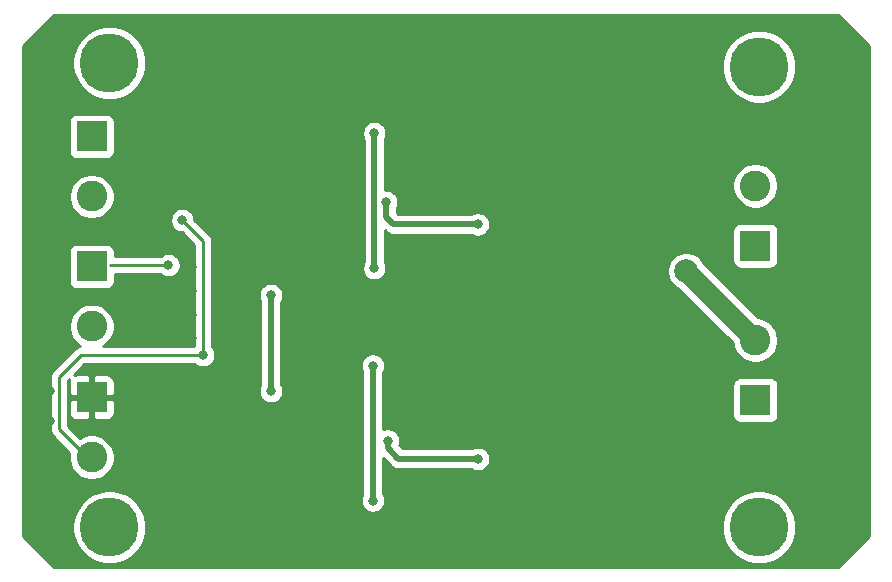
<source format=gbr>
%TF.GenerationSoftware,KiCad,Pcbnew,(5.1.9)-1*%
%TF.CreationDate,2021-03-04T13:54:21-05:00*%
%TF.ProjectId,driver_board,64726976-6572-45f6-926f-6172642e6b69,rev?*%
%TF.SameCoordinates,Original*%
%TF.FileFunction,Copper,L2,Bot*%
%TF.FilePolarity,Positive*%
%FSLAX46Y46*%
G04 Gerber Fmt 4.6, Leading zero omitted, Abs format (unit mm)*
G04 Created by KiCad (PCBNEW (5.1.9)-1) date 2021-03-04 13:54:21*
%MOMM*%
%LPD*%
G01*
G04 APERTURE LIST*
%TA.AperFunction,ComponentPad*%
%ADD10C,2.600000*%
%TD*%
%TA.AperFunction,ComponentPad*%
%ADD11R,2.600000X2.600000*%
%TD*%
%TA.AperFunction,ComponentPad*%
%ADD12C,0.800000*%
%TD*%
%TA.AperFunction,ComponentPad*%
%ADD13C,5.000000*%
%TD*%
%TA.AperFunction,ViaPad*%
%ADD14C,0.800000*%
%TD*%
%TA.AperFunction,ViaPad*%
%ADD15C,2.000000*%
%TD*%
%TA.AperFunction,Conductor*%
%ADD16C,0.500000*%
%TD*%
%TA.AperFunction,Conductor*%
%ADD17C,0.250000*%
%TD*%
%TA.AperFunction,Conductor*%
%ADD18C,1.800000*%
%TD*%
%TA.AperFunction,Conductor*%
%ADD19C,0.254000*%
%TD*%
%TA.AperFunction,Conductor*%
%ADD20C,0.100000*%
%TD*%
G04 APERTURE END LIST*
D10*
%TO.P,J5,2*%
%TO.N,+3V3*%
X65105000Y-151265000D03*
D11*
%TO.P,J5,1*%
%TO.N,GND*%
X65105000Y-146185000D03*
%TD*%
D10*
%TO.P,J4,2*%
%TO.N,PWM1*%
X65105000Y-140185000D03*
D11*
%TO.P,J4,1*%
%TO.N,PWM0*%
X65105000Y-135105000D03*
%TD*%
D10*
%TO.P,J3,2*%
%TO.N,+12V*%
X65105000Y-129185000D03*
D11*
%TO.P,J3,1*%
%TO.N,Net-(J3-Pad1)*%
X65105000Y-124105000D03*
%TD*%
D10*
%TO.P,J2,2*%
%TO.N,M-*%
X121285000Y-128270000D03*
D11*
%TO.P,J2,1*%
%TO.N,HV-*%
X121285000Y-133350000D03*
%TD*%
D10*
%TO.P,J1,2*%
%TO.N,HV+*%
X121285000Y-141351000D03*
D11*
%TO.P,J1,1*%
%TO.N,M+*%
X121285000Y-146431000D03*
%TD*%
D12*
%TO.P,REF\u002A\u002A,1*%
%TO.N,N/C*%
X122930825Y-116859175D03*
X121605000Y-116310000D03*
X120279175Y-116859175D03*
X119730000Y-118185000D03*
X120279175Y-119510825D03*
X121605000Y-120060000D03*
X122930825Y-119510825D03*
X123480000Y-118185000D03*
D13*
X121605000Y-118185000D03*
%TD*%
D12*
%TO.P,REF\u002A\u002A,1*%
%TO.N,N/C*%
X122930825Y-155859175D03*
X121605000Y-155310000D03*
X120279175Y-155859175D03*
X119730000Y-157185000D03*
X120279175Y-158510825D03*
X121605000Y-159060000D03*
X122930825Y-158510825D03*
X123480000Y-157185000D03*
D13*
X121605000Y-157185000D03*
%TD*%
%TO.P,REF\u002A\u002A,1*%
%TO.N,N/C*%
X66605000Y-157185000D03*
D12*
X68480000Y-157185000D03*
X67930825Y-158510825D03*
X66605000Y-159060000D03*
X65279175Y-158510825D03*
X64730000Y-157185000D03*
X65279175Y-155859175D03*
X66605000Y-155310000D03*
X67930825Y-155859175D03*
%TD*%
%TO.P,REF\u002A\u002A,1*%
%TO.N,N/C*%
X67930825Y-116550550D03*
X66605000Y-116001375D03*
X65279175Y-116550550D03*
X64730000Y-117876375D03*
X65279175Y-119202200D03*
X66605000Y-119751375D03*
X67930825Y-119202200D03*
X68480000Y-117876375D03*
D13*
X66605000Y-117876375D03*
%TD*%
D14*
%TO.N,GND*%
X71605000Y-158185000D03*
X74105000Y-158185000D03*
X76605000Y-158185000D03*
X79105000Y-158185000D03*
X81605000Y-158185000D03*
X84105000Y-158185000D03*
X86605000Y-158185000D03*
X89105000Y-158185000D03*
X91605000Y-158185000D03*
X94105000Y-158185000D03*
X96605000Y-158185000D03*
X101605000Y-158185000D03*
X99105000Y-158185000D03*
X104105000Y-158185000D03*
X106605000Y-158185000D03*
X109105000Y-158185000D03*
X111605000Y-158185000D03*
X114105000Y-158185000D03*
X116605000Y-158185000D03*
X116605000Y-155685000D03*
X126605000Y-158185000D03*
X129105000Y-158185000D03*
X129105000Y-155685000D03*
X126605000Y-155685000D03*
X126605000Y-153185000D03*
X129105000Y-153185000D03*
X126605000Y-150685000D03*
X129105000Y-150685000D03*
X126605000Y-148185000D03*
X129105000Y-148185000D03*
X126605000Y-145685000D03*
X129105000Y-145685000D03*
X126605000Y-143185000D03*
X129105000Y-143185000D03*
X126605000Y-140685000D03*
X129105000Y-140685000D03*
X126605000Y-138185000D03*
X129105000Y-138185000D03*
X126605000Y-135685000D03*
X129105000Y-135685000D03*
X126605000Y-133185000D03*
X129105000Y-133185000D03*
X126605000Y-130685000D03*
X129105000Y-130685000D03*
X126605000Y-128185000D03*
X129105000Y-128185000D03*
X126605000Y-125685000D03*
X129105000Y-125685000D03*
X126605000Y-123185000D03*
X129105000Y-123185000D03*
X126605000Y-120685000D03*
X129105000Y-120685000D03*
X126605000Y-118185000D03*
X129105000Y-118185000D03*
X126605000Y-115685000D03*
X129105000Y-115685000D03*
X116605000Y-115685000D03*
X116605000Y-118185000D03*
X114105000Y-115685000D03*
X109105000Y-115685000D03*
X111605000Y-115685000D03*
X106605000Y-115685000D03*
X104105000Y-115685000D03*
X101605000Y-115685000D03*
X99105000Y-115685000D03*
X94105000Y-115685000D03*
X96605000Y-115685000D03*
X91605000Y-115685000D03*
X86605000Y-115685000D03*
X89105000Y-115685000D03*
X84105000Y-115685000D03*
X79105000Y-115685000D03*
X81605000Y-115685000D03*
X76605000Y-115685000D03*
X74105000Y-115685000D03*
X71605000Y-115685000D03*
X71605000Y-118185000D03*
X74105000Y-118185000D03*
X71605000Y-120685000D03*
X74105000Y-120685000D03*
X69105000Y-120685000D03*
X69105000Y-123185000D03*
X61605000Y-123185000D03*
X94105000Y-118185000D03*
X94105000Y-120685000D03*
X94105000Y-123185000D03*
X94105000Y-125685000D03*
X94105000Y-128185000D03*
X94105000Y-133185000D03*
X94105000Y-135685000D03*
X94105000Y-138185000D03*
X94105000Y-140685000D03*
X94105000Y-143185000D03*
X94105000Y-145685000D03*
X94105000Y-148185000D03*
X94105000Y-153185000D03*
X94105000Y-155685000D03*
X84105000Y-130685000D03*
X81605000Y-130685000D03*
X81605000Y-135685000D03*
X84105000Y-135685000D03*
X84105000Y-150685000D03*
X81605000Y-150685000D03*
X81605000Y-155685000D03*
X84105000Y-155685000D03*
X99105000Y-140685000D03*
X101605000Y-140685000D03*
X104105000Y-140685000D03*
X109105000Y-143185000D03*
X99105000Y-130685000D03*
X101605000Y-130685000D03*
X104105000Y-130685000D03*
X99105000Y-133185000D03*
X101605000Y-133185000D03*
X99105000Y-120685000D03*
X101605000Y-120685000D03*
X104105000Y-120685000D03*
X109105000Y-123185000D03*
X104105000Y-125685000D03*
X109105000Y-133185000D03*
X109105000Y-153185000D03*
X99105000Y-150685000D03*
X101605000Y-150685000D03*
X104105000Y-150685000D03*
X99105000Y-153185000D03*
X101605000Y-153185000D03*
X73605000Y-137185000D03*
X73605000Y-139185000D03*
X73605000Y-141185000D03*
X73605000Y-144185000D03*
X100605000Y-142185000D03*
X102605000Y-142185000D03*
X109605000Y-141185000D03*
X111605000Y-142185000D03*
X105605000Y-146185000D03*
X103605000Y-146185000D03*
X101605000Y-146185000D03*
X99605000Y-146185000D03*
X98605000Y-137185000D03*
X103605000Y-137185000D03*
X105605000Y-137185000D03*
X105605000Y-135185000D03*
X109605000Y-131185000D03*
X111605000Y-132185000D03*
X111605000Y-122185000D03*
X109605000Y-121185000D03*
X106605000Y-123185000D03*
X105605000Y-127185000D03*
X98605000Y-127185000D03*
X101605000Y-127185000D03*
X100605000Y-122185000D03*
X102605000Y-122185000D03*
X123605000Y-122185000D03*
X123605000Y-153185000D03*
X73605000Y-155185000D03*
X70605000Y-155185000D03*
X68605000Y-153185000D03*
X77605000Y-122185000D03*
X75605000Y-122185000D03*
X79605000Y-123185000D03*
X78105000Y-141685000D03*
X76105000Y-141685000D03*
X82105000Y-137685000D03*
X83105000Y-152185000D03*
X80105000Y-154185000D03*
X94105000Y-130185000D03*
X94105000Y-150185000D03*
X61605000Y-135685000D03*
X61605000Y-125685000D03*
X61605000Y-128185000D03*
X61605000Y-133185000D03*
X61605000Y-130685000D03*
X61605000Y-140685000D03*
X61605000Y-138185000D03*
X61605000Y-148185000D03*
X61605000Y-153185000D03*
X61605000Y-150685000D03*
X61605000Y-145685000D03*
X61605000Y-143185000D03*
X68605000Y-150185000D03*
X68605000Y-147185000D03*
X68605000Y-144185000D03*
X68605000Y-141185000D03*
X68605000Y-138185000D03*
X68605000Y-136185000D03*
X68605000Y-133185000D03*
X68605000Y-130185000D03*
X68605000Y-128185000D03*
X70605000Y-128185000D03*
X70605000Y-130185000D03*
X73605000Y-135185000D03*
X74605000Y-152185000D03*
X61605000Y-158185000D03*
X61605000Y-155685000D03*
X61605000Y-115685000D03*
X61605000Y-118185000D03*
X61605000Y-120685000D03*
X86605000Y-118185000D03*
X89105000Y-118185000D03*
X86605000Y-120685000D03*
X89105000Y-120685000D03*
X86605000Y-123185000D03*
X86605000Y-125185000D03*
X86605000Y-138185000D03*
X89105000Y-138185000D03*
X86605000Y-140685000D03*
X89105000Y-140185000D03*
X86605000Y-143185000D03*
X86605000Y-145185000D03*
%TO.N,+12V*%
X80264000Y-137541000D03*
X80264000Y-145669000D03*
%TO.N,Net-(D6-Pad1)*%
X89027000Y-135255000D03*
X89027000Y-123825000D03*
%TO.N,+3V3*%
X74549000Y-142621000D03*
X72771000Y-131185000D03*
%TO.N,M+*%
X97790000Y-151400000D03*
X90170000Y-149860000D03*
%TO.N,M-*%
X97790000Y-131540000D03*
X90043000Y-129667000D03*
%TO.N,Net-(D4-Pad1)*%
X88900000Y-154940000D03*
X88900000Y-143510000D03*
D15*
%TO.N,HV+*%
X115443000Y-135509000D03*
D14*
%TO.N,PWM0*%
X71605000Y-135001000D03*
%TD*%
D16*
%TO.N,+12V*%
X80264000Y-137541000D02*
X80264000Y-145669000D01*
%TO.N,Net-(D6-Pad1)*%
X89027000Y-135255000D02*
X89027000Y-123825000D01*
D17*
%TO.N,+3V3*%
X74549000Y-132963000D02*
X74549000Y-133241000D01*
X72771000Y-131185000D02*
X74549000Y-132963000D01*
X74549000Y-142621000D02*
X74549000Y-133241000D01*
X74549000Y-142621000D02*
X64169000Y-142621000D01*
X62330001Y-144459999D02*
X62330001Y-148910001D01*
X64169000Y-142621000D02*
X62330001Y-144459999D01*
X64169000Y-150749000D02*
X65105000Y-150749000D01*
X62330001Y-148910001D02*
X64169000Y-150749000D01*
D16*
%TO.N,M+*%
X91075000Y-151400000D02*
X97790000Y-151400000D01*
X90170000Y-150495000D02*
X91075000Y-151400000D01*
X90170000Y-149860000D02*
X90170000Y-150495000D01*
%TO.N,M-*%
X90043000Y-129667000D02*
X90043000Y-130937000D01*
X90646000Y-131540000D02*
X97790000Y-131540000D01*
X90043000Y-130937000D02*
X90646000Y-131540000D01*
%TO.N,Net-(D4-Pad1)*%
X88900000Y-154940000D02*
X88900000Y-143510000D01*
D18*
%TO.N,HV+*%
X115443000Y-135509000D02*
X121285000Y-141351000D01*
D17*
%TO.N,PWM0*%
X70993000Y-135001000D02*
X71605000Y-135001000D01*
X66675000Y-135001000D02*
X70993000Y-135001000D01*
%TD*%
D19*
%TO.N,GND*%
X130945001Y-116458382D02*
X130945000Y-157911619D01*
X128331620Y-160525000D01*
X61878381Y-160525000D01*
X59265000Y-157911620D01*
X59265000Y-156876229D01*
X63470000Y-156876229D01*
X63470000Y-157493771D01*
X63590476Y-158099446D01*
X63826799Y-158669979D01*
X64169886Y-159183446D01*
X64606554Y-159620114D01*
X65120021Y-159963201D01*
X65690554Y-160199524D01*
X66296229Y-160320000D01*
X66913771Y-160320000D01*
X67519446Y-160199524D01*
X68089979Y-159963201D01*
X68603446Y-159620114D01*
X69040114Y-159183446D01*
X69383201Y-158669979D01*
X69619524Y-158099446D01*
X69740000Y-157493771D01*
X69740000Y-156876229D01*
X118470000Y-156876229D01*
X118470000Y-157493771D01*
X118590476Y-158099446D01*
X118826799Y-158669979D01*
X119169886Y-159183446D01*
X119606554Y-159620114D01*
X120120021Y-159963201D01*
X120690554Y-160199524D01*
X121296229Y-160320000D01*
X121913771Y-160320000D01*
X122519446Y-160199524D01*
X123089979Y-159963201D01*
X123603446Y-159620114D01*
X124040114Y-159183446D01*
X124383201Y-158669979D01*
X124619524Y-158099446D01*
X124740000Y-157493771D01*
X124740000Y-156876229D01*
X124619524Y-156270554D01*
X124383201Y-155700021D01*
X124040114Y-155186554D01*
X123603446Y-154749886D01*
X123089979Y-154406799D01*
X122519446Y-154170476D01*
X121913771Y-154050000D01*
X121296229Y-154050000D01*
X120690554Y-154170476D01*
X120120021Y-154406799D01*
X119606554Y-154749886D01*
X119169886Y-155186554D01*
X118826799Y-155700021D01*
X118590476Y-156270554D01*
X118470000Y-156876229D01*
X69740000Y-156876229D01*
X69619524Y-156270554D01*
X69383201Y-155700021D01*
X69040114Y-155186554D01*
X68603446Y-154749886D01*
X68089979Y-154406799D01*
X67519446Y-154170476D01*
X66913771Y-154050000D01*
X66296229Y-154050000D01*
X65690554Y-154170476D01*
X65120021Y-154406799D01*
X64606554Y-154749886D01*
X64169886Y-155186554D01*
X63826799Y-155700021D01*
X63590476Y-156270554D01*
X63470000Y-156876229D01*
X59265000Y-156876229D01*
X59265000Y-144459999D01*
X61566325Y-144459999D01*
X61570001Y-144497322D01*
X61570002Y-148872669D01*
X61566325Y-148910001D01*
X61570002Y-148947334D01*
X61578973Y-149038411D01*
X61580999Y-149058986D01*
X61624455Y-149202247D01*
X61695027Y-149334277D01*
X61752544Y-149404361D01*
X61790001Y-149450002D01*
X61818999Y-149473800D01*
X63211414Y-150866216D01*
X63170000Y-151074419D01*
X63170000Y-151455581D01*
X63244361Y-151829419D01*
X63390225Y-152181566D01*
X63601987Y-152498491D01*
X63871509Y-152768013D01*
X64188434Y-152979775D01*
X64540581Y-153125639D01*
X64914419Y-153200000D01*
X65295581Y-153200000D01*
X65669419Y-153125639D01*
X66021566Y-152979775D01*
X66338491Y-152768013D01*
X66608013Y-152498491D01*
X66819775Y-152181566D01*
X66965639Y-151829419D01*
X67040000Y-151455581D01*
X67040000Y-151074419D01*
X66965639Y-150700581D01*
X66819775Y-150348434D01*
X66608013Y-150031509D01*
X66338491Y-149761987D01*
X66021566Y-149550225D01*
X65669419Y-149404361D01*
X65295581Y-149330000D01*
X64914419Y-149330000D01*
X64540581Y-149404361D01*
X64188434Y-149550225D01*
X64102468Y-149607666D01*
X63090001Y-148595200D01*
X63090001Y-147485000D01*
X63166928Y-147485000D01*
X63179188Y-147609482D01*
X63215498Y-147729180D01*
X63274463Y-147839494D01*
X63353815Y-147936185D01*
X63450506Y-148015537D01*
X63560820Y-148074502D01*
X63680518Y-148110812D01*
X63805000Y-148123072D01*
X64819250Y-148120000D01*
X64978000Y-147961250D01*
X64978000Y-146312000D01*
X65232000Y-146312000D01*
X65232000Y-147961250D01*
X65390750Y-148120000D01*
X66405000Y-148123072D01*
X66529482Y-148110812D01*
X66649180Y-148074502D01*
X66759494Y-148015537D01*
X66856185Y-147936185D01*
X66935537Y-147839494D01*
X66994502Y-147729180D01*
X67030812Y-147609482D01*
X67043072Y-147485000D01*
X67040000Y-146470750D01*
X66881250Y-146312000D01*
X65232000Y-146312000D01*
X64978000Y-146312000D01*
X63328750Y-146312000D01*
X63170000Y-146470750D01*
X63166928Y-147485000D01*
X63090001Y-147485000D01*
X63090001Y-144774800D01*
X63211804Y-144652997D01*
X63179188Y-144760518D01*
X63166928Y-144885000D01*
X63170000Y-145899250D01*
X63328750Y-146058000D01*
X64978000Y-146058000D01*
X64978000Y-144408750D01*
X65232000Y-144408750D01*
X65232000Y-146058000D01*
X66881250Y-146058000D01*
X67040000Y-145899250D01*
X67043072Y-144885000D01*
X67030812Y-144760518D01*
X66994502Y-144640820D01*
X66935537Y-144530506D01*
X66856185Y-144433815D01*
X66759494Y-144354463D01*
X66649180Y-144295498D01*
X66529482Y-144259188D01*
X66405000Y-144246928D01*
X65390750Y-144250000D01*
X65232000Y-144408750D01*
X64978000Y-144408750D01*
X64819250Y-144250000D01*
X63805000Y-144246928D01*
X63680518Y-144259188D01*
X63572997Y-144291804D01*
X64483802Y-143381000D01*
X73845289Y-143381000D01*
X73889226Y-143424937D01*
X74058744Y-143538205D01*
X74247102Y-143616226D01*
X74447061Y-143656000D01*
X74650939Y-143656000D01*
X74850898Y-143616226D01*
X75039256Y-143538205D01*
X75208774Y-143424937D01*
X75352937Y-143280774D01*
X75466205Y-143111256D01*
X75544226Y-142922898D01*
X75584000Y-142722939D01*
X75584000Y-142519061D01*
X75544226Y-142319102D01*
X75466205Y-142130744D01*
X75352937Y-141961226D01*
X75309000Y-141917289D01*
X75309000Y-137439061D01*
X79229000Y-137439061D01*
X79229000Y-137642939D01*
X79268774Y-137842898D01*
X79346795Y-138031256D01*
X79379000Y-138079454D01*
X79379001Y-145130544D01*
X79346795Y-145178744D01*
X79268774Y-145367102D01*
X79229000Y-145567061D01*
X79229000Y-145770939D01*
X79268774Y-145970898D01*
X79346795Y-146159256D01*
X79460063Y-146328774D01*
X79604226Y-146472937D01*
X79773744Y-146586205D01*
X79962102Y-146664226D01*
X80162061Y-146704000D01*
X80365939Y-146704000D01*
X80565898Y-146664226D01*
X80754256Y-146586205D01*
X80923774Y-146472937D01*
X81067937Y-146328774D01*
X81181205Y-146159256D01*
X81259226Y-145970898D01*
X81299000Y-145770939D01*
X81299000Y-145567061D01*
X81259226Y-145367102D01*
X81181205Y-145178744D01*
X81149000Y-145130546D01*
X81149000Y-143408061D01*
X87865000Y-143408061D01*
X87865000Y-143611939D01*
X87904774Y-143811898D01*
X87982795Y-144000256D01*
X88015001Y-144048456D01*
X88015000Y-154401546D01*
X87982795Y-154449744D01*
X87904774Y-154638102D01*
X87865000Y-154838061D01*
X87865000Y-155041939D01*
X87904774Y-155241898D01*
X87982795Y-155430256D01*
X88096063Y-155599774D01*
X88240226Y-155743937D01*
X88409744Y-155857205D01*
X88598102Y-155935226D01*
X88798061Y-155975000D01*
X89001939Y-155975000D01*
X89201898Y-155935226D01*
X89390256Y-155857205D01*
X89559774Y-155743937D01*
X89703937Y-155599774D01*
X89817205Y-155430256D01*
X89895226Y-155241898D01*
X89935000Y-155041939D01*
X89935000Y-154838061D01*
X89895226Y-154638102D01*
X89817205Y-154449744D01*
X89785000Y-154401546D01*
X89785000Y-151361578D01*
X90418470Y-151995049D01*
X90446183Y-152028817D01*
X90479951Y-152056530D01*
X90479953Y-152056532D01*
X90551452Y-152115210D01*
X90580941Y-152139411D01*
X90734687Y-152221589D01*
X90901510Y-152272195D01*
X91031523Y-152285000D01*
X91031533Y-152285000D01*
X91074999Y-152289281D01*
X91118465Y-152285000D01*
X97251546Y-152285000D01*
X97299744Y-152317205D01*
X97488102Y-152395226D01*
X97688061Y-152435000D01*
X97891939Y-152435000D01*
X98091898Y-152395226D01*
X98280256Y-152317205D01*
X98449774Y-152203937D01*
X98593937Y-152059774D01*
X98707205Y-151890256D01*
X98785226Y-151701898D01*
X98825000Y-151501939D01*
X98825000Y-151298061D01*
X98785226Y-151098102D01*
X98707205Y-150909744D01*
X98593937Y-150740226D01*
X98449774Y-150596063D01*
X98280256Y-150482795D01*
X98091898Y-150404774D01*
X97891939Y-150365000D01*
X97688061Y-150365000D01*
X97488102Y-150404774D01*
X97299744Y-150482795D01*
X97251546Y-150515000D01*
X91441579Y-150515000D01*
X91142746Y-150216168D01*
X91165226Y-150161898D01*
X91205000Y-149961939D01*
X91205000Y-149758061D01*
X91165226Y-149558102D01*
X91087205Y-149369744D01*
X90973937Y-149200226D01*
X90829774Y-149056063D01*
X90660256Y-148942795D01*
X90471898Y-148864774D01*
X90271939Y-148825000D01*
X90068061Y-148825000D01*
X89868102Y-148864774D01*
X89785000Y-148899196D01*
X89785000Y-145131000D01*
X119346928Y-145131000D01*
X119346928Y-147731000D01*
X119359188Y-147855482D01*
X119395498Y-147975180D01*
X119454463Y-148085494D01*
X119533815Y-148182185D01*
X119630506Y-148261537D01*
X119740820Y-148320502D01*
X119860518Y-148356812D01*
X119985000Y-148369072D01*
X122585000Y-148369072D01*
X122709482Y-148356812D01*
X122829180Y-148320502D01*
X122939494Y-148261537D01*
X123036185Y-148182185D01*
X123115537Y-148085494D01*
X123174502Y-147975180D01*
X123210812Y-147855482D01*
X123223072Y-147731000D01*
X123223072Y-145131000D01*
X123210812Y-145006518D01*
X123174502Y-144886820D01*
X123115537Y-144776506D01*
X123036185Y-144679815D01*
X122939494Y-144600463D01*
X122829180Y-144541498D01*
X122709482Y-144505188D01*
X122585000Y-144492928D01*
X119985000Y-144492928D01*
X119860518Y-144505188D01*
X119740820Y-144541498D01*
X119630506Y-144600463D01*
X119533815Y-144679815D01*
X119454463Y-144776506D01*
X119395498Y-144886820D01*
X119359188Y-145006518D01*
X119346928Y-145131000D01*
X89785000Y-145131000D01*
X89785000Y-144048454D01*
X89817205Y-144000256D01*
X89895226Y-143811898D01*
X89935000Y-143611939D01*
X89935000Y-143408061D01*
X89895226Y-143208102D01*
X89817205Y-143019744D01*
X89703937Y-142850226D01*
X89559774Y-142706063D01*
X89390256Y-142592795D01*
X89201898Y-142514774D01*
X89001939Y-142475000D01*
X88798061Y-142475000D01*
X88598102Y-142514774D01*
X88409744Y-142592795D01*
X88240226Y-142706063D01*
X88096063Y-142850226D01*
X87982795Y-143019744D01*
X87904774Y-143208102D01*
X87865000Y-143408061D01*
X81149000Y-143408061D01*
X81149000Y-138079454D01*
X81181205Y-138031256D01*
X81259226Y-137842898D01*
X81299000Y-137642939D01*
X81299000Y-137439061D01*
X81259226Y-137239102D01*
X81181205Y-137050744D01*
X81067937Y-136881226D01*
X80923774Y-136737063D01*
X80754256Y-136623795D01*
X80565898Y-136545774D01*
X80365939Y-136506000D01*
X80162061Y-136506000D01*
X79962102Y-136545774D01*
X79773744Y-136623795D01*
X79604226Y-136737063D01*
X79460063Y-136881226D01*
X79346795Y-137050744D01*
X79268774Y-137239102D01*
X79229000Y-137439061D01*
X75309000Y-137439061D01*
X75309000Y-133000325D01*
X75312676Y-132963000D01*
X75309000Y-132925675D01*
X75309000Y-132925667D01*
X75298003Y-132814014D01*
X75254546Y-132670753D01*
X75183974Y-132538724D01*
X75089001Y-132422999D01*
X75060004Y-132399202D01*
X73806000Y-131145199D01*
X73806000Y-131083061D01*
X73766226Y-130883102D01*
X73688205Y-130694744D01*
X73574937Y-130525226D01*
X73430774Y-130381063D01*
X73261256Y-130267795D01*
X73072898Y-130189774D01*
X72872939Y-130150000D01*
X72669061Y-130150000D01*
X72469102Y-130189774D01*
X72280744Y-130267795D01*
X72111226Y-130381063D01*
X71967063Y-130525226D01*
X71853795Y-130694744D01*
X71775774Y-130883102D01*
X71736000Y-131083061D01*
X71736000Y-131286939D01*
X71775774Y-131486898D01*
X71853795Y-131675256D01*
X71967063Y-131844774D01*
X72111226Y-131988937D01*
X72280744Y-132102205D01*
X72469102Y-132180226D01*
X72669061Y-132220000D01*
X72731199Y-132220000D01*
X73789000Y-133277802D01*
X73789000Y-133278333D01*
X73789001Y-133278343D01*
X73789000Y-141861000D01*
X66079597Y-141861000D01*
X66338491Y-141688013D01*
X66608013Y-141418491D01*
X66819775Y-141101566D01*
X66965639Y-140749419D01*
X67040000Y-140375581D01*
X67040000Y-139994419D01*
X66965639Y-139620581D01*
X66819775Y-139268434D01*
X66608013Y-138951509D01*
X66338491Y-138681987D01*
X66021566Y-138470225D01*
X65669419Y-138324361D01*
X65295581Y-138250000D01*
X64914419Y-138250000D01*
X64540581Y-138324361D01*
X64188434Y-138470225D01*
X63871509Y-138681987D01*
X63601987Y-138951509D01*
X63390225Y-139268434D01*
X63244361Y-139620581D01*
X63170000Y-139994419D01*
X63170000Y-140375581D01*
X63244361Y-140749419D01*
X63390225Y-141101566D01*
X63601987Y-141418491D01*
X63871509Y-141688013D01*
X64130565Y-141861109D01*
X64020014Y-141871997D01*
X63876753Y-141915454D01*
X63744724Y-141986026D01*
X63628999Y-142080999D01*
X63605201Y-142109997D01*
X61819004Y-143896195D01*
X61790000Y-143919998D01*
X61734872Y-143987173D01*
X61695027Y-144035723D01*
X61624456Y-144167752D01*
X61624455Y-144167753D01*
X61580998Y-144311014D01*
X61570001Y-144422667D01*
X61570001Y-144422677D01*
X61566325Y-144459999D01*
X59265000Y-144459999D01*
X59265000Y-133805000D01*
X63166928Y-133805000D01*
X63166928Y-136405000D01*
X63179188Y-136529482D01*
X63215498Y-136649180D01*
X63274463Y-136759494D01*
X63353815Y-136856185D01*
X63450506Y-136935537D01*
X63560820Y-136994502D01*
X63680518Y-137030812D01*
X63805000Y-137043072D01*
X66405000Y-137043072D01*
X66529482Y-137030812D01*
X66649180Y-136994502D01*
X66759494Y-136935537D01*
X66856185Y-136856185D01*
X66935537Y-136759494D01*
X66994502Y-136649180D01*
X67030812Y-136529482D01*
X67043072Y-136405000D01*
X67043072Y-135761000D01*
X70901289Y-135761000D01*
X70945226Y-135804937D01*
X71114744Y-135918205D01*
X71303102Y-135996226D01*
X71503061Y-136036000D01*
X71706939Y-136036000D01*
X71906898Y-135996226D01*
X72095256Y-135918205D01*
X72264774Y-135804937D01*
X72408937Y-135660774D01*
X72522205Y-135491256D01*
X72600226Y-135302898D01*
X72640000Y-135102939D01*
X72640000Y-134899061D01*
X72600226Y-134699102D01*
X72522205Y-134510744D01*
X72408937Y-134341226D01*
X72264774Y-134197063D01*
X72095256Y-134083795D01*
X71906898Y-134005774D01*
X71706939Y-133966000D01*
X71503061Y-133966000D01*
X71303102Y-134005774D01*
X71114744Y-134083795D01*
X70945226Y-134197063D01*
X70901289Y-134241000D01*
X67043072Y-134241000D01*
X67043072Y-133805000D01*
X67030812Y-133680518D01*
X66994502Y-133560820D01*
X66935537Y-133450506D01*
X66856185Y-133353815D01*
X66759494Y-133274463D01*
X66649180Y-133215498D01*
X66529482Y-133179188D01*
X66405000Y-133166928D01*
X63805000Y-133166928D01*
X63680518Y-133179188D01*
X63560820Y-133215498D01*
X63450506Y-133274463D01*
X63353815Y-133353815D01*
X63274463Y-133450506D01*
X63215498Y-133560820D01*
X63179188Y-133680518D01*
X63166928Y-133805000D01*
X59265000Y-133805000D01*
X59265000Y-128994419D01*
X63170000Y-128994419D01*
X63170000Y-129375581D01*
X63244361Y-129749419D01*
X63390225Y-130101566D01*
X63601987Y-130418491D01*
X63871509Y-130688013D01*
X64188434Y-130899775D01*
X64540581Y-131045639D01*
X64914419Y-131120000D01*
X65295581Y-131120000D01*
X65669419Y-131045639D01*
X66021566Y-130899775D01*
X66338491Y-130688013D01*
X66608013Y-130418491D01*
X66819775Y-130101566D01*
X66965639Y-129749419D01*
X67040000Y-129375581D01*
X67040000Y-128994419D01*
X66965639Y-128620581D01*
X66819775Y-128268434D01*
X66608013Y-127951509D01*
X66338491Y-127681987D01*
X66021566Y-127470225D01*
X65669419Y-127324361D01*
X65295581Y-127250000D01*
X64914419Y-127250000D01*
X64540581Y-127324361D01*
X64188434Y-127470225D01*
X63871509Y-127681987D01*
X63601987Y-127951509D01*
X63390225Y-128268434D01*
X63244361Y-128620581D01*
X63170000Y-128994419D01*
X59265000Y-128994419D01*
X59265000Y-122805000D01*
X63166928Y-122805000D01*
X63166928Y-125405000D01*
X63179188Y-125529482D01*
X63215498Y-125649180D01*
X63274463Y-125759494D01*
X63353815Y-125856185D01*
X63450506Y-125935537D01*
X63560820Y-125994502D01*
X63680518Y-126030812D01*
X63805000Y-126043072D01*
X66405000Y-126043072D01*
X66529482Y-126030812D01*
X66649180Y-125994502D01*
X66759494Y-125935537D01*
X66856185Y-125856185D01*
X66935537Y-125759494D01*
X66994502Y-125649180D01*
X67030812Y-125529482D01*
X67043072Y-125405000D01*
X67043072Y-123723061D01*
X87992000Y-123723061D01*
X87992000Y-123926939D01*
X88031774Y-124126898D01*
X88109795Y-124315256D01*
X88142001Y-124363456D01*
X88142000Y-134716546D01*
X88109795Y-134764744D01*
X88031774Y-134953102D01*
X87992000Y-135153061D01*
X87992000Y-135356939D01*
X88031774Y-135556898D01*
X88109795Y-135745256D01*
X88223063Y-135914774D01*
X88367226Y-136058937D01*
X88536744Y-136172205D01*
X88725102Y-136250226D01*
X88925061Y-136290000D01*
X89128939Y-136290000D01*
X89328898Y-136250226D01*
X89517256Y-136172205D01*
X89686774Y-136058937D01*
X89830937Y-135914774D01*
X89944205Y-135745256D01*
X90022226Y-135556898D01*
X90062000Y-135356939D01*
X90062000Y-135347967D01*
X113808000Y-135347967D01*
X113808000Y-135670033D01*
X113870832Y-135985912D01*
X113994082Y-136283463D01*
X114173013Y-136551252D01*
X114400748Y-136778987D01*
X114668537Y-136957918D01*
X114758269Y-136995086D01*
X119361232Y-141598050D01*
X119424361Y-141915419D01*
X119570225Y-142267566D01*
X119781987Y-142584491D01*
X120051509Y-142854013D01*
X120368434Y-143065775D01*
X120720581Y-143211639D01*
X121094419Y-143286000D01*
X121475581Y-143286000D01*
X121849419Y-143211639D01*
X122201566Y-143065775D01*
X122518491Y-142854013D01*
X122788013Y-142584491D01*
X122999775Y-142267566D01*
X123145639Y-141915419D01*
X123220000Y-141541581D01*
X123220000Y-141160419D01*
X123145639Y-140786581D01*
X122999775Y-140434434D01*
X122788013Y-140117509D01*
X122518491Y-139847987D01*
X122201566Y-139636225D01*
X121849419Y-139490361D01*
X121532050Y-139427232D01*
X116929086Y-134824269D01*
X116891918Y-134734537D01*
X116712987Y-134466748D01*
X116485252Y-134239013D01*
X116217463Y-134060082D01*
X115919912Y-133936832D01*
X115604033Y-133874000D01*
X115281967Y-133874000D01*
X114966088Y-133936832D01*
X114668537Y-134060082D01*
X114400748Y-134239013D01*
X114173013Y-134466748D01*
X113994082Y-134734537D01*
X113870832Y-135032088D01*
X113808000Y-135347967D01*
X90062000Y-135347967D01*
X90062000Y-135153061D01*
X90022226Y-134953102D01*
X89944205Y-134764744D01*
X89912000Y-134716546D01*
X89912000Y-132057579D01*
X89989470Y-132135049D01*
X90017183Y-132168817D01*
X90050951Y-132196530D01*
X90050953Y-132196532D01*
X90151941Y-132279411D01*
X90305687Y-132361589D01*
X90472510Y-132412195D01*
X90602523Y-132425000D01*
X90602531Y-132425000D01*
X90646000Y-132429281D01*
X90689469Y-132425000D01*
X97251546Y-132425000D01*
X97299744Y-132457205D01*
X97488102Y-132535226D01*
X97688061Y-132575000D01*
X97891939Y-132575000D01*
X98091898Y-132535226D01*
X98280256Y-132457205D01*
X98449774Y-132343937D01*
X98593937Y-132199774D01*
X98694012Y-132050000D01*
X119346928Y-132050000D01*
X119346928Y-134650000D01*
X119359188Y-134774482D01*
X119395498Y-134894180D01*
X119454463Y-135004494D01*
X119533815Y-135101185D01*
X119630506Y-135180537D01*
X119740820Y-135239502D01*
X119860518Y-135275812D01*
X119985000Y-135288072D01*
X122585000Y-135288072D01*
X122709482Y-135275812D01*
X122829180Y-135239502D01*
X122939494Y-135180537D01*
X123036185Y-135101185D01*
X123115537Y-135004494D01*
X123174502Y-134894180D01*
X123210812Y-134774482D01*
X123223072Y-134650000D01*
X123223072Y-132050000D01*
X123210812Y-131925518D01*
X123174502Y-131805820D01*
X123115537Y-131695506D01*
X123036185Y-131598815D01*
X122939494Y-131519463D01*
X122829180Y-131460498D01*
X122709482Y-131424188D01*
X122585000Y-131411928D01*
X119985000Y-131411928D01*
X119860518Y-131424188D01*
X119740820Y-131460498D01*
X119630506Y-131519463D01*
X119533815Y-131598815D01*
X119454463Y-131695506D01*
X119395498Y-131805820D01*
X119359188Y-131925518D01*
X119346928Y-132050000D01*
X98694012Y-132050000D01*
X98707205Y-132030256D01*
X98785226Y-131841898D01*
X98825000Y-131641939D01*
X98825000Y-131438061D01*
X98785226Y-131238102D01*
X98707205Y-131049744D01*
X98593937Y-130880226D01*
X98449774Y-130736063D01*
X98280256Y-130622795D01*
X98091898Y-130544774D01*
X97891939Y-130505000D01*
X97688061Y-130505000D01*
X97488102Y-130544774D01*
X97299744Y-130622795D01*
X97251546Y-130655000D01*
X91012579Y-130655000D01*
X90928000Y-130570422D01*
X90928000Y-130205454D01*
X90960205Y-130157256D01*
X91038226Y-129968898D01*
X91078000Y-129768939D01*
X91078000Y-129565061D01*
X91038226Y-129365102D01*
X90960205Y-129176744D01*
X90846937Y-129007226D01*
X90702774Y-128863063D01*
X90533256Y-128749795D01*
X90344898Y-128671774D01*
X90144939Y-128632000D01*
X89941061Y-128632000D01*
X89912000Y-128637781D01*
X89912000Y-128079419D01*
X119350000Y-128079419D01*
X119350000Y-128460581D01*
X119424361Y-128834419D01*
X119570225Y-129186566D01*
X119781987Y-129503491D01*
X120051509Y-129773013D01*
X120368434Y-129984775D01*
X120720581Y-130130639D01*
X121094419Y-130205000D01*
X121475581Y-130205000D01*
X121849419Y-130130639D01*
X122201566Y-129984775D01*
X122518491Y-129773013D01*
X122788013Y-129503491D01*
X122999775Y-129186566D01*
X123145639Y-128834419D01*
X123220000Y-128460581D01*
X123220000Y-128079419D01*
X123145639Y-127705581D01*
X122999775Y-127353434D01*
X122788013Y-127036509D01*
X122518491Y-126766987D01*
X122201566Y-126555225D01*
X121849419Y-126409361D01*
X121475581Y-126335000D01*
X121094419Y-126335000D01*
X120720581Y-126409361D01*
X120368434Y-126555225D01*
X120051509Y-126766987D01*
X119781987Y-127036509D01*
X119570225Y-127353434D01*
X119424361Y-127705581D01*
X119350000Y-128079419D01*
X89912000Y-128079419D01*
X89912000Y-124363454D01*
X89944205Y-124315256D01*
X90022226Y-124126898D01*
X90062000Y-123926939D01*
X90062000Y-123723061D01*
X90022226Y-123523102D01*
X89944205Y-123334744D01*
X89830937Y-123165226D01*
X89686774Y-123021063D01*
X89517256Y-122907795D01*
X89328898Y-122829774D01*
X89128939Y-122790000D01*
X88925061Y-122790000D01*
X88725102Y-122829774D01*
X88536744Y-122907795D01*
X88367226Y-123021063D01*
X88223063Y-123165226D01*
X88109795Y-123334744D01*
X88031774Y-123523102D01*
X87992000Y-123723061D01*
X67043072Y-123723061D01*
X67043072Y-122805000D01*
X67030812Y-122680518D01*
X66994502Y-122560820D01*
X66935537Y-122450506D01*
X66856185Y-122353815D01*
X66759494Y-122274463D01*
X66649180Y-122215498D01*
X66529482Y-122179188D01*
X66405000Y-122166928D01*
X63805000Y-122166928D01*
X63680518Y-122179188D01*
X63560820Y-122215498D01*
X63450506Y-122274463D01*
X63353815Y-122353815D01*
X63274463Y-122450506D01*
X63215498Y-122560820D01*
X63179188Y-122680518D01*
X63166928Y-122805000D01*
X59265000Y-122805000D01*
X59265000Y-117567604D01*
X63470000Y-117567604D01*
X63470000Y-118185146D01*
X63590476Y-118790821D01*
X63826799Y-119361354D01*
X64169886Y-119874821D01*
X64606554Y-120311489D01*
X65120021Y-120654576D01*
X65690554Y-120890899D01*
X66296229Y-121011375D01*
X66913771Y-121011375D01*
X67519446Y-120890899D01*
X68089979Y-120654576D01*
X68603446Y-120311489D01*
X69040114Y-119874821D01*
X69383201Y-119361354D01*
X69619524Y-118790821D01*
X69740000Y-118185146D01*
X69740000Y-117876229D01*
X118470000Y-117876229D01*
X118470000Y-118493771D01*
X118590476Y-119099446D01*
X118826799Y-119669979D01*
X119169886Y-120183446D01*
X119606554Y-120620114D01*
X120120021Y-120963201D01*
X120690554Y-121199524D01*
X121296229Y-121320000D01*
X121913771Y-121320000D01*
X122519446Y-121199524D01*
X123089979Y-120963201D01*
X123603446Y-120620114D01*
X124040114Y-120183446D01*
X124383201Y-119669979D01*
X124619524Y-119099446D01*
X124740000Y-118493771D01*
X124740000Y-117876229D01*
X124619524Y-117270554D01*
X124383201Y-116700021D01*
X124040114Y-116186554D01*
X123603446Y-115749886D01*
X123089979Y-115406799D01*
X122519446Y-115170476D01*
X121913771Y-115050000D01*
X121296229Y-115050000D01*
X120690554Y-115170476D01*
X120120021Y-115406799D01*
X119606554Y-115749886D01*
X119169886Y-116186554D01*
X118826799Y-116700021D01*
X118590476Y-117270554D01*
X118470000Y-117876229D01*
X69740000Y-117876229D01*
X69740000Y-117567604D01*
X69619524Y-116961929D01*
X69383201Y-116391396D01*
X69040114Y-115877929D01*
X68603446Y-115441261D01*
X68089979Y-115098174D01*
X67519446Y-114861851D01*
X66913771Y-114741375D01*
X66296229Y-114741375D01*
X65690554Y-114861851D01*
X65120021Y-115098174D01*
X64606554Y-115441261D01*
X64169886Y-115877929D01*
X63826799Y-116391396D01*
X63590476Y-116961929D01*
X63470000Y-117567604D01*
X59265000Y-117567604D01*
X59265000Y-116458380D01*
X61878381Y-113845000D01*
X128331620Y-113845000D01*
X130945001Y-116458382D01*
%TA.AperFunction,Conductor*%
D20*
G36*
X130945001Y-116458382D02*
G01*
X130945000Y-157911619D01*
X128331620Y-160525000D01*
X61878381Y-160525000D01*
X59265000Y-157911620D01*
X59265000Y-156876229D01*
X63470000Y-156876229D01*
X63470000Y-157493771D01*
X63590476Y-158099446D01*
X63826799Y-158669979D01*
X64169886Y-159183446D01*
X64606554Y-159620114D01*
X65120021Y-159963201D01*
X65690554Y-160199524D01*
X66296229Y-160320000D01*
X66913771Y-160320000D01*
X67519446Y-160199524D01*
X68089979Y-159963201D01*
X68603446Y-159620114D01*
X69040114Y-159183446D01*
X69383201Y-158669979D01*
X69619524Y-158099446D01*
X69740000Y-157493771D01*
X69740000Y-156876229D01*
X118470000Y-156876229D01*
X118470000Y-157493771D01*
X118590476Y-158099446D01*
X118826799Y-158669979D01*
X119169886Y-159183446D01*
X119606554Y-159620114D01*
X120120021Y-159963201D01*
X120690554Y-160199524D01*
X121296229Y-160320000D01*
X121913771Y-160320000D01*
X122519446Y-160199524D01*
X123089979Y-159963201D01*
X123603446Y-159620114D01*
X124040114Y-159183446D01*
X124383201Y-158669979D01*
X124619524Y-158099446D01*
X124740000Y-157493771D01*
X124740000Y-156876229D01*
X124619524Y-156270554D01*
X124383201Y-155700021D01*
X124040114Y-155186554D01*
X123603446Y-154749886D01*
X123089979Y-154406799D01*
X122519446Y-154170476D01*
X121913771Y-154050000D01*
X121296229Y-154050000D01*
X120690554Y-154170476D01*
X120120021Y-154406799D01*
X119606554Y-154749886D01*
X119169886Y-155186554D01*
X118826799Y-155700021D01*
X118590476Y-156270554D01*
X118470000Y-156876229D01*
X69740000Y-156876229D01*
X69619524Y-156270554D01*
X69383201Y-155700021D01*
X69040114Y-155186554D01*
X68603446Y-154749886D01*
X68089979Y-154406799D01*
X67519446Y-154170476D01*
X66913771Y-154050000D01*
X66296229Y-154050000D01*
X65690554Y-154170476D01*
X65120021Y-154406799D01*
X64606554Y-154749886D01*
X64169886Y-155186554D01*
X63826799Y-155700021D01*
X63590476Y-156270554D01*
X63470000Y-156876229D01*
X59265000Y-156876229D01*
X59265000Y-144459999D01*
X61566325Y-144459999D01*
X61570001Y-144497322D01*
X61570002Y-148872669D01*
X61566325Y-148910001D01*
X61570002Y-148947334D01*
X61578973Y-149038411D01*
X61580999Y-149058986D01*
X61624455Y-149202247D01*
X61695027Y-149334277D01*
X61752544Y-149404361D01*
X61790001Y-149450002D01*
X61818999Y-149473800D01*
X63211414Y-150866216D01*
X63170000Y-151074419D01*
X63170000Y-151455581D01*
X63244361Y-151829419D01*
X63390225Y-152181566D01*
X63601987Y-152498491D01*
X63871509Y-152768013D01*
X64188434Y-152979775D01*
X64540581Y-153125639D01*
X64914419Y-153200000D01*
X65295581Y-153200000D01*
X65669419Y-153125639D01*
X66021566Y-152979775D01*
X66338491Y-152768013D01*
X66608013Y-152498491D01*
X66819775Y-152181566D01*
X66965639Y-151829419D01*
X67040000Y-151455581D01*
X67040000Y-151074419D01*
X66965639Y-150700581D01*
X66819775Y-150348434D01*
X66608013Y-150031509D01*
X66338491Y-149761987D01*
X66021566Y-149550225D01*
X65669419Y-149404361D01*
X65295581Y-149330000D01*
X64914419Y-149330000D01*
X64540581Y-149404361D01*
X64188434Y-149550225D01*
X64102468Y-149607666D01*
X63090001Y-148595200D01*
X63090001Y-147485000D01*
X63166928Y-147485000D01*
X63179188Y-147609482D01*
X63215498Y-147729180D01*
X63274463Y-147839494D01*
X63353815Y-147936185D01*
X63450506Y-148015537D01*
X63560820Y-148074502D01*
X63680518Y-148110812D01*
X63805000Y-148123072D01*
X64819250Y-148120000D01*
X64978000Y-147961250D01*
X64978000Y-146312000D01*
X65232000Y-146312000D01*
X65232000Y-147961250D01*
X65390750Y-148120000D01*
X66405000Y-148123072D01*
X66529482Y-148110812D01*
X66649180Y-148074502D01*
X66759494Y-148015537D01*
X66856185Y-147936185D01*
X66935537Y-147839494D01*
X66994502Y-147729180D01*
X67030812Y-147609482D01*
X67043072Y-147485000D01*
X67040000Y-146470750D01*
X66881250Y-146312000D01*
X65232000Y-146312000D01*
X64978000Y-146312000D01*
X63328750Y-146312000D01*
X63170000Y-146470750D01*
X63166928Y-147485000D01*
X63090001Y-147485000D01*
X63090001Y-144774800D01*
X63211804Y-144652997D01*
X63179188Y-144760518D01*
X63166928Y-144885000D01*
X63170000Y-145899250D01*
X63328750Y-146058000D01*
X64978000Y-146058000D01*
X64978000Y-144408750D01*
X65232000Y-144408750D01*
X65232000Y-146058000D01*
X66881250Y-146058000D01*
X67040000Y-145899250D01*
X67043072Y-144885000D01*
X67030812Y-144760518D01*
X66994502Y-144640820D01*
X66935537Y-144530506D01*
X66856185Y-144433815D01*
X66759494Y-144354463D01*
X66649180Y-144295498D01*
X66529482Y-144259188D01*
X66405000Y-144246928D01*
X65390750Y-144250000D01*
X65232000Y-144408750D01*
X64978000Y-144408750D01*
X64819250Y-144250000D01*
X63805000Y-144246928D01*
X63680518Y-144259188D01*
X63572997Y-144291804D01*
X64483802Y-143381000D01*
X73845289Y-143381000D01*
X73889226Y-143424937D01*
X74058744Y-143538205D01*
X74247102Y-143616226D01*
X74447061Y-143656000D01*
X74650939Y-143656000D01*
X74850898Y-143616226D01*
X75039256Y-143538205D01*
X75208774Y-143424937D01*
X75352937Y-143280774D01*
X75466205Y-143111256D01*
X75544226Y-142922898D01*
X75584000Y-142722939D01*
X75584000Y-142519061D01*
X75544226Y-142319102D01*
X75466205Y-142130744D01*
X75352937Y-141961226D01*
X75309000Y-141917289D01*
X75309000Y-137439061D01*
X79229000Y-137439061D01*
X79229000Y-137642939D01*
X79268774Y-137842898D01*
X79346795Y-138031256D01*
X79379000Y-138079454D01*
X79379001Y-145130544D01*
X79346795Y-145178744D01*
X79268774Y-145367102D01*
X79229000Y-145567061D01*
X79229000Y-145770939D01*
X79268774Y-145970898D01*
X79346795Y-146159256D01*
X79460063Y-146328774D01*
X79604226Y-146472937D01*
X79773744Y-146586205D01*
X79962102Y-146664226D01*
X80162061Y-146704000D01*
X80365939Y-146704000D01*
X80565898Y-146664226D01*
X80754256Y-146586205D01*
X80923774Y-146472937D01*
X81067937Y-146328774D01*
X81181205Y-146159256D01*
X81259226Y-145970898D01*
X81299000Y-145770939D01*
X81299000Y-145567061D01*
X81259226Y-145367102D01*
X81181205Y-145178744D01*
X81149000Y-145130546D01*
X81149000Y-143408061D01*
X87865000Y-143408061D01*
X87865000Y-143611939D01*
X87904774Y-143811898D01*
X87982795Y-144000256D01*
X88015001Y-144048456D01*
X88015000Y-154401546D01*
X87982795Y-154449744D01*
X87904774Y-154638102D01*
X87865000Y-154838061D01*
X87865000Y-155041939D01*
X87904774Y-155241898D01*
X87982795Y-155430256D01*
X88096063Y-155599774D01*
X88240226Y-155743937D01*
X88409744Y-155857205D01*
X88598102Y-155935226D01*
X88798061Y-155975000D01*
X89001939Y-155975000D01*
X89201898Y-155935226D01*
X89390256Y-155857205D01*
X89559774Y-155743937D01*
X89703937Y-155599774D01*
X89817205Y-155430256D01*
X89895226Y-155241898D01*
X89935000Y-155041939D01*
X89935000Y-154838061D01*
X89895226Y-154638102D01*
X89817205Y-154449744D01*
X89785000Y-154401546D01*
X89785000Y-151361578D01*
X90418470Y-151995049D01*
X90446183Y-152028817D01*
X90479951Y-152056530D01*
X90479953Y-152056532D01*
X90551452Y-152115210D01*
X90580941Y-152139411D01*
X90734687Y-152221589D01*
X90901510Y-152272195D01*
X91031523Y-152285000D01*
X91031533Y-152285000D01*
X91074999Y-152289281D01*
X91118465Y-152285000D01*
X97251546Y-152285000D01*
X97299744Y-152317205D01*
X97488102Y-152395226D01*
X97688061Y-152435000D01*
X97891939Y-152435000D01*
X98091898Y-152395226D01*
X98280256Y-152317205D01*
X98449774Y-152203937D01*
X98593937Y-152059774D01*
X98707205Y-151890256D01*
X98785226Y-151701898D01*
X98825000Y-151501939D01*
X98825000Y-151298061D01*
X98785226Y-151098102D01*
X98707205Y-150909744D01*
X98593937Y-150740226D01*
X98449774Y-150596063D01*
X98280256Y-150482795D01*
X98091898Y-150404774D01*
X97891939Y-150365000D01*
X97688061Y-150365000D01*
X97488102Y-150404774D01*
X97299744Y-150482795D01*
X97251546Y-150515000D01*
X91441579Y-150515000D01*
X91142746Y-150216168D01*
X91165226Y-150161898D01*
X91205000Y-149961939D01*
X91205000Y-149758061D01*
X91165226Y-149558102D01*
X91087205Y-149369744D01*
X90973937Y-149200226D01*
X90829774Y-149056063D01*
X90660256Y-148942795D01*
X90471898Y-148864774D01*
X90271939Y-148825000D01*
X90068061Y-148825000D01*
X89868102Y-148864774D01*
X89785000Y-148899196D01*
X89785000Y-145131000D01*
X119346928Y-145131000D01*
X119346928Y-147731000D01*
X119359188Y-147855482D01*
X119395498Y-147975180D01*
X119454463Y-148085494D01*
X119533815Y-148182185D01*
X119630506Y-148261537D01*
X119740820Y-148320502D01*
X119860518Y-148356812D01*
X119985000Y-148369072D01*
X122585000Y-148369072D01*
X122709482Y-148356812D01*
X122829180Y-148320502D01*
X122939494Y-148261537D01*
X123036185Y-148182185D01*
X123115537Y-148085494D01*
X123174502Y-147975180D01*
X123210812Y-147855482D01*
X123223072Y-147731000D01*
X123223072Y-145131000D01*
X123210812Y-145006518D01*
X123174502Y-144886820D01*
X123115537Y-144776506D01*
X123036185Y-144679815D01*
X122939494Y-144600463D01*
X122829180Y-144541498D01*
X122709482Y-144505188D01*
X122585000Y-144492928D01*
X119985000Y-144492928D01*
X119860518Y-144505188D01*
X119740820Y-144541498D01*
X119630506Y-144600463D01*
X119533815Y-144679815D01*
X119454463Y-144776506D01*
X119395498Y-144886820D01*
X119359188Y-145006518D01*
X119346928Y-145131000D01*
X89785000Y-145131000D01*
X89785000Y-144048454D01*
X89817205Y-144000256D01*
X89895226Y-143811898D01*
X89935000Y-143611939D01*
X89935000Y-143408061D01*
X89895226Y-143208102D01*
X89817205Y-143019744D01*
X89703937Y-142850226D01*
X89559774Y-142706063D01*
X89390256Y-142592795D01*
X89201898Y-142514774D01*
X89001939Y-142475000D01*
X88798061Y-142475000D01*
X88598102Y-142514774D01*
X88409744Y-142592795D01*
X88240226Y-142706063D01*
X88096063Y-142850226D01*
X87982795Y-143019744D01*
X87904774Y-143208102D01*
X87865000Y-143408061D01*
X81149000Y-143408061D01*
X81149000Y-138079454D01*
X81181205Y-138031256D01*
X81259226Y-137842898D01*
X81299000Y-137642939D01*
X81299000Y-137439061D01*
X81259226Y-137239102D01*
X81181205Y-137050744D01*
X81067937Y-136881226D01*
X80923774Y-136737063D01*
X80754256Y-136623795D01*
X80565898Y-136545774D01*
X80365939Y-136506000D01*
X80162061Y-136506000D01*
X79962102Y-136545774D01*
X79773744Y-136623795D01*
X79604226Y-136737063D01*
X79460063Y-136881226D01*
X79346795Y-137050744D01*
X79268774Y-137239102D01*
X79229000Y-137439061D01*
X75309000Y-137439061D01*
X75309000Y-133000325D01*
X75312676Y-132963000D01*
X75309000Y-132925675D01*
X75309000Y-132925667D01*
X75298003Y-132814014D01*
X75254546Y-132670753D01*
X75183974Y-132538724D01*
X75089001Y-132422999D01*
X75060004Y-132399202D01*
X73806000Y-131145199D01*
X73806000Y-131083061D01*
X73766226Y-130883102D01*
X73688205Y-130694744D01*
X73574937Y-130525226D01*
X73430774Y-130381063D01*
X73261256Y-130267795D01*
X73072898Y-130189774D01*
X72872939Y-130150000D01*
X72669061Y-130150000D01*
X72469102Y-130189774D01*
X72280744Y-130267795D01*
X72111226Y-130381063D01*
X71967063Y-130525226D01*
X71853795Y-130694744D01*
X71775774Y-130883102D01*
X71736000Y-131083061D01*
X71736000Y-131286939D01*
X71775774Y-131486898D01*
X71853795Y-131675256D01*
X71967063Y-131844774D01*
X72111226Y-131988937D01*
X72280744Y-132102205D01*
X72469102Y-132180226D01*
X72669061Y-132220000D01*
X72731199Y-132220000D01*
X73789000Y-133277802D01*
X73789000Y-133278333D01*
X73789001Y-133278343D01*
X73789000Y-141861000D01*
X66079597Y-141861000D01*
X66338491Y-141688013D01*
X66608013Y-141418491D01*
X66819775Y-141101566D01*
X66965639Y-140749419D01*
X67040000Y-140375581D01*
X67040000Y-139994419D01*
X66965639Y-139620581D01*
X66819775Y-139268434D01*
X66608013Y-138951509D01*
X66338491Y-138681987D01*
X66021566Y-138470225D01*
X65669419Y-138324361D01*
X65295581Y-138250000D01*
X64914419Y-138250000D01*
X64540581Y-138324361D01*
X64188434Y-138470225D01*
X63871509Y-138681987D01*
X63601987Y-138951509D01*
X63390225Y-139268434D01*
X63244361Y-139620581D01*
X63170000Y-139994419D01*
X63170000Y-140375581D01*
X63244361Y-140749419D01*
X63390225Y-141101566D01*
X63601987Y-141418491D01*
X63871509Y-141688013D01*
X64130565Y-141861109D01*
X64020014Y-141871997D01*
X63876753Y-141915454D01*
X63744724Y-141986026D01*
X63628999Y-142080999D01*
X63605201Y-142109997D01*
X61819004Y-143896195D01*
X61790000Y-143919998D01*
X61734872Y-143987173D01*
X61695027Y-144035723D01*
X61624456Y-144167752D01*
X61624455Y-144167753D01*
X61580998Y-144311014D01*
X61570001Y-144422667D01*
X61570001Y-144422677D01*
X61566325Y-144459999D01*
X59265000Y-144459999D01*
X59265000Y-133805000D01*
X63166928Y-133805000D01*
X63166928Y-136405000D01*
X63179188Y-136529482D01*
X63215498Y-136649180D01*
X63274463Y-136759494D01*
X63353815Y-136856185D01*
X63450506Y-136935537D01*
X63560820Y-136994502D01*
X63680518Y-137030812D01*
X63805000Y-137043072D01*
X66405000Y-137043072D01*
X66529482Y-137030812D01*
X66649180Y-136994502D01*
X66759494Y-136935537D01*
X66856185Y-136856185D01*
X66935537Y-136759494D01*
X66994502Y-136649180D01*
X67030812Y-136529482D01*
X67043072Y-136405000D01*
X67043072Y-135761000D01*
X70901289Y-135761000D01*
X70945226Y-135804937D01*
X71114744Y-135918205D01*
X71303102Y-135996226D01*
X71503061Y-136036000D01*
X71706939Y-136036000D01*
X71906898Y-135996226D01*
X72095256Y-135918205D01*
X72264774Y-135804937D01*
X72408937Y-135660774D01*
X72522205Y-135491256D01*
X72600226Y-135302898D01*
X72640000Y-135102939D01*
X72640000Y-134899061D01*
X72600226Y-134699102D01*
X72522205Y-134510744D01*
X72408937Y-134341226D01*
X72264774Y-134197063D01*
X72095256Y-134083795D01*
X71906898Y-134005774D01*
X71706939Y-133966000D01*
X71503061Y-133966000D01*
X71303102Y-134005774D01*
X71114744Y-134083795D01*
X70945226Y-134197063D01*
X70901289Y-134241000D01*
X67043072Y-134241000D01*
X67043072Y-133805000D01*
X67030812Y-133680518D01*
X66994502Y-133560820D01*
X66935537Y-133450506D01*
X66856185Y-133353815D01*
X66759494Y-133274463D01*
X66649180Y-133215498D01*
X66529482Y-133179188D01*
X66405000Y-133166928D01*
X63805000Y-133166928D01*
X63680518Y-133179188D01*
X63560820Y-133215498D01*
X63450506Y-133274463D01*
X63353815Y-133353815D01*
X63274463Y-133450506D01*
X63215498Y-133560820D01*
X63179188Y-133680518D01*
X63166928Y-133805000D01*
X59265000Y-133805000D01*
X59265000Y-128994419D01*
X63170000Y-128994419D01*
X63170000Y-129375581D01*
X63244361Y-129749419D01*
X63390225Y-130101566D01*
X63601987Y-130418491D01*
X63871509Y-130688013D01*
X64188434Y-130899775D01*
X64540581Y-131045639D01*
X64914419Y-131120000D01*
X65295581Y-131120000D01*
X65669419Y-131045639D01*
X66021566Y-130899775D01*
X66338491Y-130688013D01*
X66608013Y-130418491D01*
X66819775Y-130101566D01*
X66965639Y-129749419D01*
X67040000Y-129375581D01*
X67040000Y-128994419D01*
X66965639Y-128620581D01*
X66819775Y-128268434D01*
X66608013Y-127951509D01*
X66338491Y-127681987D01*
X66021566Y-127470225D01*
X65669419Y-127324361D01*
X65295581Y-127250000D01*
X64914419Y-127250000D01*
X64540581Y-127324361D01*
X64188434Y-127470225D01*
X63871509Y-127681987D01*
X63601987Y-127951509D01*
X63390225Y-128268434D01*
X63244361Y-128620581D01*
X63170000Y-128994419D01*
X59265000Y-128994419D01*
X59265000Y-122805000D01*
X63166928Y-122805000D01*
X63166928Y-125405000D01*
X63179188Y-125529482D01*
X63215498Y-125649180D01*
X63274463Y-125759494D01*
X63353815Y-125856185D01*
X63450506Y-125935537D01*
X63560820Y-125994502D01*
X63680518Y-126030812D01*
X63805000Y-126043072D01*
X66405000Y-126043072D01*
X66529482Y-126030812D01*
X66649180Y-125994502D01*
X66759494Y-125935537D01*
X66856185Y-125856185D01*
X66935537Y-125759494D01*
X66994502Y-125649180D01*
X67030812Y-125529482D01*
X67043072Y-125405000D01*
X67043072Y-123723061D01*
X87992000Y-123723061D01*
X87992000Y-123926939D01*
X88031774Y-124126898D01*
X88109795Y-124315256D01*
X88142001Y-124363456D01*
X88142000Y-134716546D01*
X88109795Y-134764744D01*
X88031774Y-134953102D01*
X87992000Y-135153061D01*
X87992000Y-135356939D01*
X88031774Y-135556898D01*
X88109795Y-135745256D01*
X88223063Y-135914774D01*
X88367226Y-136058937D01*
X88536744Y-136172205D01*
X88725102Y-136250226D01*
X88925061Y-136290000D01*
X89128939Y-136290000D01*
X89328898Y-136250226D01*
X89517256Y-136172205D01*
X89686774Y-136058937D01*
X89830937Y-135914774D01*
X89944205Y-135745256D01*
X90022226Y-135556898D01*
X90062000Y-135356939D01*
X90062000Y-135347967D01*
X113808000Y-135347967D01*
X113808000Y-135670033D01*
X113870832Y-135985912D01*
X113994082Y-136283463D01*
X114173013Y-136551252D01*
X114400748Y-136778987D01*
X114668537Y-136957918D01*
X114758269Y-136995086D01*
X119361232Y-141598050D01*
X119424361Y-141915419D01*
X119570225Y-142267566D01*
X119781987Y-142584491D01*
X120051509Y-142854013D01*
X120368434Y-143065775D01*
X120720581Y-143211639D01*
X121094419Y-143286000D01*
X121475581Y-143286000D01*
X121849419Y-143211639D01*
X122201566Y-143065775D01*
X122518491Y-142854013D01*
X122788013Y-142584491D01*
X122999775Y-142267566D01*
X123145639Y-141915419D01*
X123220000Y-141541581D01*
X123220000Y-141160419D01*
X123145639Y-140786581D01*
X122999775Y-140434434D01*
X122788013Y-140117509D01*
X122518491Y-139847987D01*
X122201566Y-139636225D01*
X121849419Y-139490361D01*
X121532050Y-139427232D01*
X116929086Y-134824269D01*
X116891918Y-134734537D01*
X116712987Y-134466748D01*
X116485252Y-134239013D01*
X116217463Y-134060082D01*
X115919912Y-133936832D01*
X115604033Y-133874000D01*
X115281967Y-133874000D01*
X114966088Y-133936832D01*
X114668537Y-134060082D01*
X114400748Y-134239013D01*
X114173013Y-134466748D01*
X113994082Y-134734537D01*
X113870832Y-135032088D01*
X113808000Y-135347967D01*
X90062000Y-135347967D01*
X90062000Y-135153061D01*
X90022226Y-134953102D01*
X89944205Y-134764744D01*
X89912000Y-134716546D01*
X89912000Y-132057579D01*
X89989470Y-132135049D01*
X90017183Y-132168817D01*
X90050951Y-132196530D01*
X90050953Y-132196532D01*
X90151941Y-132279411D01*
X90305687Y-132361589D01*
X90472510Y-132412195D01*
X90602523Y-132425000D01*
X90602531Y-132425000D01*
X90646000Y-132429281D01*
X90689469Y-132425000D01*
X97251546Y-132425000D01*
X97299744Y-132457205D01*
X97488102Y-132535226D01*
X97688061Y-132575000D01*
X97891939Y-132575000D01*
X98091898Y-132535226D01*
X98280256Y-132457205D01*
X98449774Y-132343937D01*
X98593937Y-132199774D01*
X98694012Y-132050000D01*
X119346928Y-132050000D01*
X119346928Y-134650000D01*
X119359188Y-134774482D01*
X119395498Y-134894180D01*
X119454463Y-135004494D01*
X119533815Y-135101185D01*
X119630506Y-135180537D01*
X119740820Y-135239502D01*
X119860518Y-135275812D01*
X119985000Y-135288072D01*
X122585000Y-135288072D01*
X122709482Y-135275812D01*
X122829180Y-135239502D01*
X122939494Y-135180537D01*
X123036185Y-135101185D01*
X123115537Y-135004494D01*
X123174502Y-134894180D01*
X123210812Y-134774482D01*
X123223072Y-134650000D01*
X123223072Y-132050000D01*
X123210812Y-131925518D01*
X123174502Y-131805820D01*
X123115537Y-131695506D01*
X123036185Y-131598815D01*
X122939494Y-131519463D01*
X122829180Y-131460498D01*
X122709482Y-131424188D01*
X122585000Y-131411928D01*
X119985000Y-131411928D01*
X119860518Y-131424188D01*
X119740820Y-131460498D01*
X119630506Y-131519463D01*
X119533815Y-131598815D01*
X119454463Y-131695506D01*
X119395498Y-131805820D01*
X119359188Y-131925518D01*
X119346928Y-132050000D01*
X98694012Y-132050000D01*
X98707205Y-132030256D01*
X98785226Y-131841898D01*
X98825000Y-131641939D01*
X98825000Y-131438061D01*
X98785226Y-131238102D01*
X98707205Y-131049744D01*
X98593937Y-130880226D01*
X98449774Y-130736063D01*
X98280256Y-130622795D01*
X98091898Y-130544774D01*
X97891939Y-130505000D01*
X97688061Y-130505000D01*
X97488102Y-130544774D01*
X97299744Y-130622795D01*
X97251546Y-130655000D01*
X91012579Y-130655000D01*
X90928000Y-130570422D01*
X90928000Y-130205454D01*
X90960205Y-130157256D01*
X91038226Y-129968898D01*
X91078000Y-129768939D01*
X91078000Y-129565061D01*
X91038226Y-129365102D01*
X90960205Y-129176744D01*
X90846937Y-129007226D01*
X90702774Y-128863063D01*
X90533256Y-128749795D01*
X90344898Y-128671774D01*
X90144939Y-128632000D01*
X89941061Y-128632000D01*
X89912000Y-128637781D01*
X89912000Y-128079419D01*
X119350000Y-128079419D01*
X119350000Y-128460581D01*
X119424361Y-128834419D01*
X119570225Y-129186566D01*
X119781987Y-129503491D01*
X120051509Y-129773013D01*
X120368434Y-129984775D01*
X120720581Y-130130639D01*
X121094419Y-130205000D01*
X121475581Y-130205000D01*
X121849419Y-130130639D01*
X122201566Y-129984775D01*
X122518491Y-129773013D01*
X122788013Y-129503491D01*
X122999775Y-129186566D01*
X123145639Y-128834419D01*
X123220000Y-128460581D01*
X123220000Y-128079419D01*
X123145639Y-127705581D01*
X122999775Y-127353434D01*
X122788013Y-127036509D01*
X122518491Y-126766987D01*
X122201566Y-126555225D01*
X121849419Y-126409361D01*
X121475581Y-126335000D01*
X121094419Y-126335000D01*
X120720581Y-126409361D01*
X120368434Y-126555225D01*
X120051509Y-126766987D01*
X119781987Y-127036509D01*
X119570225Y-127353434D01*
X119424361Y-127705581D01*
X119350000Y-128079419D01*
X89912000Y-128079419D01*
X89912000Y-124363454D01*
X89944205Y-124315256D01*
X90022226Y-124126898D01*
X90062000Y-123926939D01*
X90062000Y-123723061D01*
X90022226Y-123523102D01*
X89944205Y-123334744D01*
X89830937Y-123165226D01*
X89686774Y-123021063D01*
X89517256Y-122907795D01*
X89328898Y-122829774D01*
X89128939Y-122790000D01*
X88925061Y-122790000D01*
X88725102Y-122829774D01*
X88536744Y-122907795D01*
X88367226Y-123021063D01*
X88223063Y-123165226D01*
X88109795Y-123334744D01*
X88031774Y-123523102D01*
X87992000Y-123723061D01*
X67043072Y-123723061D01*
X67043072Y-122805000D01*
X67030812Y-122680518D01*
X66994502Y-122560820D01*
X66935537Y-122450506D01*
X66856185Y-122353815D01*
X66759494Y-122274463D01*
X66649180Y-122215498D01*
X66529482Y-122179188D01*
X66405000Y-122166928D01*
X63805000Y-122166928D01*
X63680518Y-122179188D01*
X63560820Y-122215498D01*
X63450506Y-122274463D01*
X63353815Y-122353815D01*
X63274463Y-122450506D01*
X63215498Y-122560820D01*
X63179188Y-122680518D01*
X63166928Y-122805000D01*
X59265000Y-122805000D01*
X59265000Y-117567604D01*
X63470000Y-117567604D01*
X63470000Y-118185146D01*
X63590476Y-118790821D01*
X63826799Y-119361354D01*
X64169886Y-119874821D01*
X64606554Y-120311489D01*
X65120021Y-120654576D01*
X65690554Y-120890899D01*
X66296229Y-121011375D01*
X66913771Y-121011375D01*
X67519446Y-120890899D01*
X68089979Y-120654576D01*
X68603446Y-120311489D01*
X69040114Y-119874821D01*
X69383201Y-119361354D01*
X69619524Y-118790821D01*
X69740000Y-118185146D01*
X69740000Y-117876229D01*
X118470000Y-117876229D01*
X118470000Y-118493771D01*
X118590476Y-119099446D01*
X118826799Y-119669979D01*
X119169886Y-120183446D01*
X119606554Y-120620114D01*
X120120021Y-120963201D01*
X120690554Y-121199524D01*
X121296229Y-121320000D01*
X121913771Y-121320000D01*
X122519446Y-121199524D01*
X123089979Y-120963201D01*
X123603446Y-120620114D01*
X124040114Y-120183446D01*
X124383201Y-119669979D01*
X124619524Y-119099446D01*
X124740000Y-118493771D01*
X124740000Y-117876229D01*
X124619524Y-117270554D01*
X124383201Y-116700021D01*
X124040114Y-116186554D01*
X123603446Y-115749886D01*
X123089979Y-115406799D01*
X122519446Y-115170476D01*
X121913771Y-115050000D01*
X121296229Y-115050000D01*
X120690554Y-115170476D01*
X120120021Y-115406799D01*
X119606554Y-115749886D01*
X119169886Y-116186554D01*
X118826799Y-116700021D01*
X118590476Y-117270554D01*
X118470000Y-117876229D01*
X69740000Y-117876229D01*
X69740000Y-117567604D01*
X69619524Y-116961929D01*
X69383201Y-116391396D01*
X69040114Y-115877929D01*
X68603446Y-115441261D01*
X68089979Y-115098174D01*
X67519446Y-114861851D01*
X66913771Y-114741375D01*
X66296229Y-114741375D01*
X65690554Y-114861851D01*
X65120021Y-115098174D01*
X64606554Y-115441261D01*
X64169886Y-115877929D01*
X63826799Y-116391396D01*
X63590476Y-116961929D01*
X63470000Y-117567604D01*
X59265000Y-117567604D01*
X59265000Y-116458380D01*
X61878381Y-113845000D01*
X128331620Y-113845000D01*
X130945001Y-116458382D01*
G37*
%TD.AperFunction*%
%TD*%
M02*

</source>
